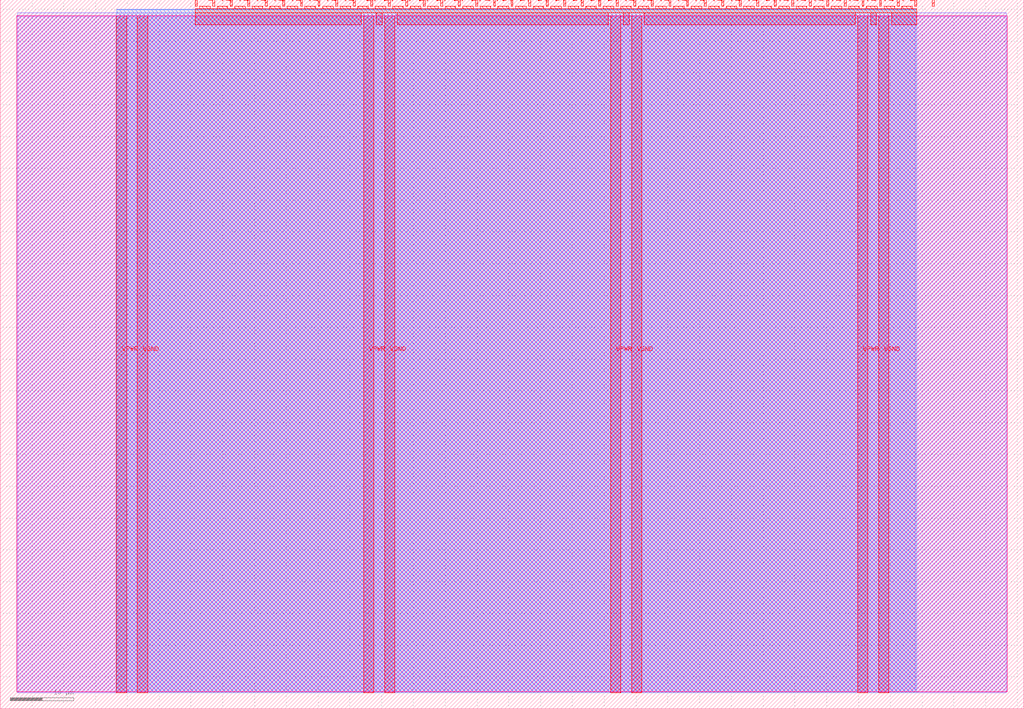
<source format=lef>
VERSION 5.7 ;
  NOWIREEXTENSIONATPIN ON ;
  DIVIDERCHAR "/" ;
  BUSBITCHARS "[]" ;
MACRO tt_um_wokwi_442978481964793857
  CLASS BLOCK ;
  FOREIGN tt_um_wokwi_442978481964793857 ;
  ORIGIN 0.000 0.000 ;
  SIZE 161.000 BY 111.520 ;
  PIN VGND
    DIRECTION INOUT ;
    USE GROUND ;
    PORT
      LAYER met4 ;
        RECT 21.580 2.480 23.180 109.040 ;
    END
    PORT
      LAYER met4 ;
        RECT 60.450 2.480 62.050 109.040 ;
    END
    PORT
      LAYER met4 ;
        RECT 99.320 2.480 100.920 109.040 ;
    END
    PORT
      LAYER met4 ;
        RECT 138.190 2.480 139.790 109.040 ;
    END
  END VGND
  PIN VPWR
    DIRECTION INOUT ;
    USE POWER ;
    PORT
      LAYER met4 ;
        RECT 18.280 2.480 19.880 109.040 ;
    END
    PORT
      LAYER met4 ;
        RECT 57.150 2.480 58.750 109.040 ;
    END
    PORT
      LAYER met4 ;
        RECT 96.020 2.480 97.620 109.040 ;
    END
    PORT
      LAYER met4 ;
        RECT 134.890 2.480 136.490 109.040 ;
    END
  END VPWR
  PIN clk
    DIRECTION INPUT ;
    USE SIGNAL ;
    ANTENNAGATEAREA 0.159000 ;
    PORT
      LAYER met4 ;
        RECT 143.830 110.520 144.130 111.520 ;
    END
  END clk
  PIN ena
    DIRECTION INPUT ;
    USE SIGNAL ;
    PORT
      LAYER met4 ;
        RECT 146.590 110.520 146.890 111.520 ;
    END
  END ena
  PIN rst_n
    DIRECTION INPUT ;
    USE SIGNAL ;
    PORT
      LAYER met4 ;
        RECT 141.070 110.520 141.370 111.520 ;
    END
  END rst_n
  PIN ui_in[0]
    DIRECTION INPUT ;
    USE SIGNAL ;
    ANTENNAGATEAREA 0.196500 ;
    PORT
      LAYER met4 ;
        RECT 138.310 110.520 138.610 111.520 ;
    END
  END ui_in[0]
  PIN ui_in[1]
    DIRECTION INPUT ;
    USE SIGNAL ;
    ANTENNAGATEAREA 0.196500 ;
    PORT
      LAYER met4 ;
        RECT 135.550 110.520 135.850 111.520 ;
    END
  END ui_in[1]
  PIN ui_in[2]
    DIRECTION INPUT ;
    USE SIGNAL ;
    ANTENNAGATEAREA 0.196500 ;
    PORT
      LAYER met4 ;
        RECT 132.790 110.520 133.090 111.520 ;
    END
  END ui_in[2]
  PIN ui_in[3]
    DIRECTION INPUT ;
    USE SIGNAL ;
    ANTENNAGATEAREA 0.196500 ;
    PORT
      LAYER met4 ;
        RECT 130.030 110.520 130.330 111.520 ;
    END
  END ui_in[3]
  PIN ui_in[4]
    DIRECTION INPUT ;
    USE SIGNAL ;
    ANTENNAGATEAREA 0.159000 ;
    PORT
      LAYER met4 ;
        RECT 127.270 110.520 127.570 111.520 ;
    END
  END ui_in[4]
  PIN ui_in[5]
    DIRECTION INPUT ;
    USE SIGNAL ;
    ANTENNAGATEAREA 0.159000 ;
    PORT
      LAYER met4 ;
        RECT 124.510 110.520 124.810 111.520 ;
    END
  END ui_in[5]
  PIN ui_in[6]
    DIRECTION INPUT ;
    USE SIGNAL ;
    ANTENNAGATEAREA 0.159000 ;
    PORT
      LAYER met4 ;
        RECT 121.750 110.520 122.050 111.520 ;
    END
  END ui_in[6]
  PIN ui_in[7]
    DIRECTION INPUT ;
    USE SIGNAL ;
    ANTENNAGATEAREA 0.159000 ;
    PORT
      LAYER met4 ;
        RECT 118.990 110.520 119.290 111.520 ;
    END
  END ui_in[7]
  PIN uio_in[0]
    DIRECTION INPUT ;
    USE SIGNAL ;
    PORT
      LAYER met4 ;
        RECT 116.230 110.520 116.530 111.520 ;
    END
  END uio_in[0]
  PIN uio_in[1]
    DIRECTION INPUT ;
    USE SIGNAL ;
    PORT
      LAYER met4 ;
        RECT 113.470 110.520 113.770 111.520 ;
    END
  END uio_in[1]
  PIN uio_in[2]
    DIRECTION INPUT ;
    USE SIGNAL ;
    PORT
      LAYER met4 ;
        RECT 110.710 110.520 111.010 111.520 ;
    END
  END uio_in[2]
  PIN uio_in[3]
    DIRECTION INPUT ;
    USE SIGNAL ;
    PORT
      LAYER met4 ;
        RECT 107.950 110.520 108.250 111.520 ;
    END
  END uio_in[3]
  PIN uio_in[4]
    DIRECTION INPUT ;
    USE SIGNAL ;
    PORT
      LAYER met4 ;
        RECT 105.190 110.520 105.490 111.520 ;
    END
  END uio_in[4]
  PIN uio_in[5]
    DIRECTION INPUT ;
    USE SIGNAL ;
    PORT
      LAYER met4 ;
        RECT 102.430 110.520 102.730 111.520 ;
    END
  END uio_in[5]
  PIN uio_in[6]
    DIRECTION INPUT ;
    USE SIGNAL ;
    PORT
      LAYER met4 ;
        RECT 99.670 110.520 99.970 111.520 ;
    END
  END uio_in[6]
  PIN uio_in[7]
    DIRECTION INPUT ;
    USE SIGNAL ;
    PORT
      LAYER met4 ;
        RECT 96.910 110.520 97.210 111.520 ;
    END
  END uio_in[7]
  PIN uio_oe[0]
    DIRECTION OUTPUT ;
    USE SIGNAL ;
    PORT
      LAYER met4 ;
        RECT 49.990 110.520 50.290 111.520 ;
    END
  END uio_oe[0]
  PIN uio_oe[1]
    DIRECTION OUTPUT ;
    USE SIGNAL ;
    PORT
      LAYER met4 ;
        RECT 47.230 110.520 47.530 111.520 ;
    END
  END uio_oe[1]
  PIN uio_oe[2]
    DIRECTION OUTPUT ;
    USE SIGNAL ;
    PORT
      LAYER met4 ;
        RECT 44.470 110.520 44.770 111.520 ;
    END
  END uio_oe[2]
  PIN uio_oe[3]
    DIRECTION OUTPUT ;
    USE SIGNAL ;
    PORT
      LAYER met4 ;
        RECT 41.710 110.520 42.010 111.520 ;
    END
  END uio_oe[3]
  PIN uio_oe[4]
    DIRECTION OUTPUT ;
    USE SIGNAL ;
    PORT
      LAYER met4 ;
        RECT 38.950 110.520 39.250 111.520 ;
    END
  END uio_oe[4]
  PIN uio_oe[5]
    DIRECTION OUTPUT ;
    USE SIGNAL ;
    PORT
      LAYER met4 ;
        RECT 36.190 110.520 36.490 111.520 ;
    END
  END uio_oe[5]
  PIN uio_oe[6]
    DIRECTION OUTPUT ;
    USE SIGNAL ;
    PORT
      LAYER met4 ;
        RECT 33.430 110.520 33.730 111.520 ;
    END
  END uio_oe[6]
  PIN uio_oe[7]
    DIRECTION OUTPUT ;
    USE SIGNAL ;
    PORT
      LAYER met4 ;
        RECT 30.670 110.520 30.970 111.520 ;
    END
  END uio_oe[7]
  PIN uio_out[0]
    DIRECTION OUTPUT ;
    USE SIGNAL ;
    PORT
      LAYER met4 ;
        RECT 72.070 110.520 72.370 111.520 ;
    END
  END uio_out[0]
  PIN uio_out[1]
    DIRECTION OUTPUT ;
    USE SIGNAL ;
    PORT
      LAYER met4 ;
        RECT 69.310 110.520 69.610 111.520 ;
    END
  END uio_out[1]
  PIN uio_out[2]
    DIRECTION OUTPUT ;
    USE SIGNAL ;
    PORT
      LAYER met4 ;
        RECT 66.550 110.520 66.850 111.520 ;
    END
  END uio_out[2]
  PIN uio_out[3]
    DIRECTION OUTPUT ;
    USE SIGNAL ;
    PORT
      LAYER met4 ;
        RECT 63.790 110.520 64.090 111.520 ;
    END
  END uio_out[3]
  PIN uio_out[4]
    DIRECTION OUTPUT ;
    USE SIGNAL ;
    PORT
      LAYER met4 ;
        RECT 61.030 110.520 61.330 111.520 ;
    END
  END uio_out[4]
  PIN uio_out[5]
    DIRECTION OUTPUT ;
    USE SIGNAL ;
    PORT
      LAYER met4 ;
        RECT 58.270 110.520 58.570 111.520 ;
    END
  END uio_out[5]
  PIN uio_out[6]
    DIRECTION OUTPUT ;
    USE SIGNAL ;
    PORT
      LAYER met4 ;
        RECT 55.510 110.520 55.810 111.520 ;
    END
  END uio_out[6]
  PIN uio_out[7]
    DIRECTION OUTPUT ;
    USE SIGNAL ;
    PORT
      LAYER met4 ;
        RECT 52.750 110.520 53.050 111.520 ;
    END
  END uio_out[7]
  PIN uo_out[0]
    DIRECTION OUTPUT ;
    USE SIGNAL ;
    ANTENNADIFFAREA 0.795200 ;
    PORT
      LAYER met4 ;
        RECT 94.150 110.520 94.450 111.520 ;
    END
  END uo_out[0]
  PIN uo_out[1]
    DIRECTION OUTPUT ;
    USE SIGNAL ;
    ANTENNADIFFAREA 0.445500 ;
    PORT
      LAYER met4 ;
        RECT 91.390 110.520 91.690 111.520 ;
    END
  END uo_out[1]
  PIN uo_out[2]
    DIRECTION OUTPUT ;
    USE SIGNAL ;
    ANTENNADIFFAREA 0.445500 ;
    PORT
      LAYER met4 ;
        RECT 88.630 110.520 88.930 111.520 ;
    END
  END uo_out[2]
  PIN uo_out[3]
    DIRECTION OUTPUT ;
    USE SIGNAL ;
    ANTENNADIFFAREA 0.445500 ;
    PORT
      LAYER met4 ;
        RECT 85.870 110.520 86.170 111.520 ;
    END
  END uo_out[3]
  PIN uo_out[4]
    DIRECTION OUTPUT ;
    USE SIGNAL ;
    ANTENNADIFFAREA 0.445500 ;
    PORT
      LAYER met4 ;
        RECT 83.110 110.520 83.410 111.520 ;
    END
  END uo_out[4]
  PIN uo_out[5]
    DIRECTION OUTPUT ;
    USE SIGNAL ;
    ANTENNADIFFAREA 0.445500 ;
    PORT
      LAYER met4 ;
        RECT 80.350 110.520 80.650 111.520 ;
    END
  END uo_out[5]
  PIN uo_out[6]
    DIRECTION OUTPUT ;
    USE SIGNAL ;
    ANTENNADIFFAREA 0.445500 ;
    PORT
      LAYER met4 ;
        RECT 77.590 110.520 77.890 111.520 ;
    END
  END uo_out[6]
  PIN uo_out[7]
    DIRECTION OUTPUT ;
    USE SIGNAL ;
    ANTENNADIFFAREA 0.445500 ;
    PORT
      LAYER met4 ;
        RECT 74.830 110.520 75.130 111.520 ;
    END
  END uo_out[7]
  OBS
      LAYER nwell ;
        RECT 2.570 2.635 158.430 108.990 ;
      LAYER li1 ;
        RECT 2.760 2.635 158.240 108.885 ;
      LAYER met1 ;
        RECT 2.760 2.480 158.240 109.440 ;
      LAYER met2 ;
        RECT 18.310 2.535 143.890 110.005 ;
      LAYER met3 ;
        RECT 18.290 2.555 144.170 109.985 ;
      LAYER met4 ;
        RECT 31.370 110.120 33.030 110.520 ;
        RECT 34.130 110.120 35.790 110.520 ;
        RECT 36.890 110.120 38.550 110.520 ;
        RECT 39.650 110.120 41.310 110.520 ;
        RECT 42.410 110.120 44.070 110.520 ;
        RECT 45.170 110.120 46.830 110.520 ;
        RECT 47.930 110.120 49.590 110.520 ;
        RECT 50.690 110.120 52.350 110.520 ;
        RECT 53.450 110.120 55.110 110.520 ;
        RECT 56.210 110.120 57.870 110.520 ;
        RECT 58.970 110.120 60.630 110.520 ;
        RECT 61.730 110.120 63.390 110.520 ;
        RECT 64.490 110.120 66.150 110.520 ;
        RECT 67.250 110.120 68.910 110.520 ;
        RECT 70.010 110.120 71.670 110.520 ;
        RECT 72.770 110.120 74.430 110.520 ;
        RECT 75.530 110.120 77.190 110.520 ;
        RECT 78.290 110.120 79.950 110.520 ;
        RECT 81.050 110.120 82.710 110.520 ;
        RECT 83.810 110.120 85.470 110.520 ;
        RECT 86.570 110.120 88.230 110.520 ;
        RECT 89.330 110.120 90.990 110.520 ;
        RECT 92.090 110.120 93.750 110.520 ;
        RECT 94.850 110.120 96.510 110.520 ;
        RECT 97.610 110.120 99.270 110.520 ;
        RECT 100.370 110.120 102.030 110.520 ;
        RECT 103.130 110.120 104.790 110.520 ;
        RECT 105.890 110.120 107.550 110.520 ;
        RECT 108.650 110.120 110.310 110.520 ;
        RECT 111.410 110.120 113.070 110.520 ;
        RECT 114.170 110.120 115.830 110.520 ;
        RECT 116.930 110.120 118.590 110.520 ;
        RECT 119.690 110.120 121.350 110.520 ;
        RECT 122.450 110.120 124.110 110.520 ;
        RECT 125.210 110.120 126.870 110.520 ;
        RECT 127.970 110.120 129.630 110.520 ;
        RECT 130.730 110.120 132.390 110.520 ;
        RECT 133.490 110.120 135.150 110.520 ;
        RECT 136.250 110.120 137.910 110.520 ;
        RECT 139.010 110.120 140.670 110.520 ;
        RECT 141.770 110.120 143.430 110.520 ;
        RECT 30.655 109.440 144.145 110.120 ;
        RECT 30.655 107.615 56.750 109.440 ;
        RECT 59.150 107.615 60.050 109.440 ;
        RECT 62.450 107.615 95.620 109.440 ;
        RECT 98.020 107.615 98.920 109.440 ;
        RECT 101.320 107.615 134.490 109.440 ;
        RECT 136.890 107.615 137.790 109.440 ;
        RECT 140.190 107.615 144.145 109.440 ;
  END
END tt_um_wokwi_442978481964793857
END LIBRARY


</source>
